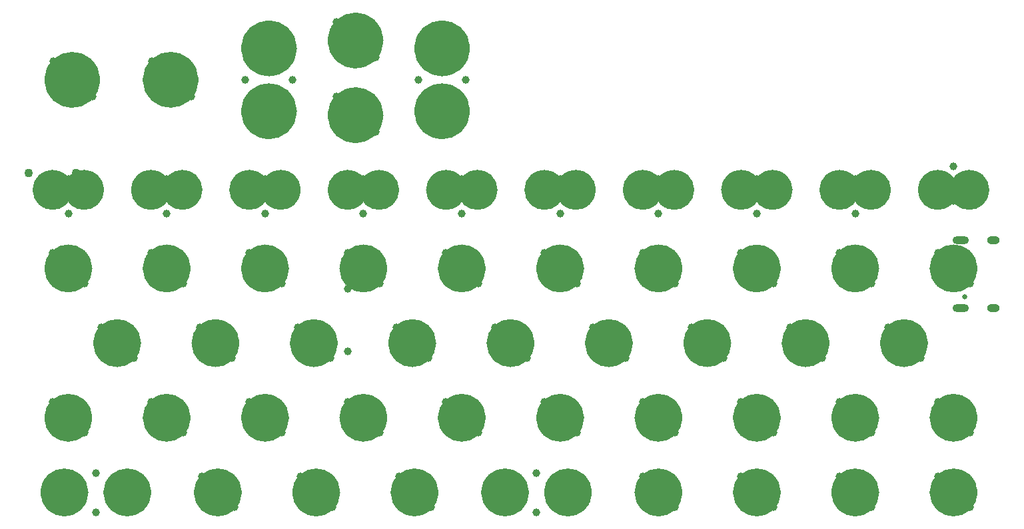
<source format=gbr>
%TF.GenerationSoftware,KiCad,Pcbnew,8.0.5-unknown-202409261835~48b9027842~ubuntu24.04.1*%
%TF.CreationDate,2024-09-28T03:00:05+08:00*%
%TF.ProjectId,EL6170_Pro_Max_Plus,454c3631-3730-45f5-9072-6f5f4d61785f,rev?*%
%TF.SameCoordinates,Original*%
%TF.FileFunction,Soldermask,Bot*%
%TF.FilePolarity,Negative*%
%FSLAX46Y46*%
G04 Gerber Fmt 4.6, Leading zero omitted, Abs format (unit mm)*
G04 Created by KiCad (PCBNEW 8.0.5-unknown-202409261835~48b9027842~ubuntu24.04.1) date 2024-09-28 03:00:05*
%MOMM*%
%LPD*%
G01*
G04 APERTURE LIST*
%ADD10C,3.050000*%
%ADD11C,3.550000*%
%ADD12C,2.550000*%
%ADD13C,1.100000*%
%ADD14C,1.000000*%
%ADD15C,0.650000*%
%ADD16O,1.600000X1.000000*%
%ADD17O,2.100000X1.000000*%
G04 APERTURE END LIST*
%TO.C,SW35*%
D10*
X107725000Y-109500000D02*
G75*
G02*
X104675000Y-109500000I-1525000J0D01*
G01*
X104675000Y-109500000D02*
G75*
G02*
X107725000Y-109500000I1525000J0D01*
G01*
%TO.C,SW18*%
X201525000Y-100000000D02*
G75*
G02*
X198475000Y-100000000I-1525000J0D01*
G01*
X198475000Y-100000000D02*
G75*
G02*
X201525000Y-100000000I1525000J0D01*
G01*
%TO.C,SW52*%
X133025000Y-128500000D02*
G75*
G02*
X129975000Y-128500000I-1525000J0D01*
G01*
X129975000Y-128500000D02*
G75*
G02*
X133025000Y-128500000I1525000J0D01*
G01*
%TO.C,SW51*%
X145525000Y-128500000D02*
G75*
G02*
X142475000Y-128500000I-1525000J0D01*
G01*
X142475000Y-128500000D02*
G75*
G02*
X145525000Y-128500000I1525000J0D01*
G01*
%TO.C,SW50*%
X165025000Y-128500000D02*
G75*
G02*
X161975000Y-128500000I-1525000J0D01*
G01*
X161975000Y-128500000D02*
G75*
G02*
X165025000Y-128500000I1525000J0D01*
G01*
X157025000Y-128500000D02*
G75*
G02*
X153975000Y-128500000I-1525000J0D01*
G01*
X153975000Y-128500000D02*
G75*
G02*
X157025000Y-128500000I1525000J0D01*
G01*
%TO.C,SW5*%
D11*
X114775000Y-76000000D02*
G75*
G02*
X111225000Y-76000000I-1775000J0D01*
G01*
X111225000Y-76000000D02*
G75*
G02*
X114775000Y-76000000I1775000J0D01*
G01*
%TO.C,SW42*%
D10*
X126525000Y-119000000D02*
G75*
G02*
X123475000Y-119000000I-1525000J0D01*
G01*
X123475000Y-119000000D02*
G75*
G02*
X126525000Y-119000000I1525000J0D01*
G01*
%TO.C,SW4*%
D11*
X127275000Y-72000000D02*
G75*
G02*
X123725000Y-72000000I-1775000J0D01*
G01*
X123725000Y-72000000D02*
G75*
G02*
X127275000Y-72000000I1775000J0D01*
G01*
X127275000Y-80000000D02*
G75*
G02*
X123725000Y-80000000I-1775000J0D01*
G01*
X123725000Y-80000000D02*
G75*
G02*
X127275000Y-80000000I1775000J0D01*
G01*
%TO.C,SW53*%
D10*
X120525000Y-128500000D02*
G75*
G02*
X117475000Y-128500000I-1525000J0D01*
G01*
X117475000Y-128500000D02*
G75*
G02*
X120525000Y-128500000I1525000J0D01*
G01*
%TO.C,SW11*%
D12*
X165775000Y-90000000D02*
G75*
G02*
X163225000Y-90000000I-1275000J0D01*
G01*
X163225000Y-90000000D02*
G75*
G02*
X165775000Y-90000000I1275000J0D01*
G01*
X161775000Y-90000000D02*
G75*
G02*
X159225000Y-90000000I-1275000J0D01*
G01*
X159225000Y-90000000D02*
G75*
G02*
X161775000Y-90000000I1275000J0D01*
G01*
%TO.C,SW32*%
D10*
X145225000Y-109500000D02*
G75*
G02*
X142175000Y-109500000I-1525000J0D01*
G01*
X142175000Y-109500000D02*
G75*
G02*
X145225000Y-109500000I1525000J0D01*
G01*
%TO.C,SW29*%
X182725000Y-109500000D02*
G75*
G02*
X179675000Y-109500000I-1525000J0D01*
G01*
X179675000Y-109500000D02*
G75*
G02*
X182725000Y-109500000I1525000J0D01*
G01*
%TO.C,SW46*%
X214025000Y-128500000D02*
G75*
G02*
X210975000Y-128500000I-1525000J0D01*
G01*
X210975000Y-128500000D02*
G75*
G02*
X214025000Y-128500000I1525000J0D01*
G01*
%TO.C,SW12*%
D12*
X153275000Y-90000000D02*
G75*
G02*
X150725000Y-90000000I-1275000J0D01*
G01*
X150725000Y-90000000D02*
G75*
G02*
X153275000Y-90000000I1275000J0D01*
G01*
X149275000Y-90000000D02*
G75*
G02*
X146725000Y-90000000I-1275000J0D01*
G01*
X146725000Y-90000000D02*
G75*
G02*
X149275000Y-90000000I1275000J0D01*
G01*
%TO.C,SW8*%
X203275000Y-90000000D02*
G75*
G02*
X200725000Y-90000000I-1275000J0D01*
G01*
X200725000Y-90000000D02*
G75*
G02*
X203275000Y-90000000I1275000J0D01*
G01*
X199275000Y-90000000D02*
G75*
G02*
X196725000Y-90000000I-1275000J0D01*
G01*
X196725000Y-90000000D02*
G75*
G02*
X199275000Y-90000000I1275000J0D01*
G01*
%TO.C,SW26*%
D10*
X101525000Y-100000000D02*
G75*
G02*
X98475000Y-100000000I-1525000J0D01*
G01*
X98475000Y-100000000D02*
G75*
G02*
X101525000Y-100000000I1525000J0D01*
G01*
%TO.C,SW33*%
X132725000Y-109500000D02*
G75*
G02*
X129675000Y-109500000I-1525000J0D01*
G01*
X129675000Y-109500000D02*
G75*
G02*
X132725000Y-109500000I1525000J0D01*
G01*
%TO.C,SW44*%
X101525000Y-119000000D02*
G75*
G02*
X98475000Y-119000000I-1525000J0D01*
G01*
X98475000Y-119000000D02*
G75*
G02*
X101525000Y-119000000I1525000J0D01*
G01*
%TO.C,SW28*%
X195225000Y-109500000D02*
G75*
G02*
X192175000Y-109500000I-1525000J0D01*
G01*
X192175000Y-109500000D02*
G75*
G02*
X195225000Y-109500000I1525000J0D01*
G01*
%TO.C,SW43*%
X114025000Y-119000000D02*
G75*
G02*
X110975000Y-119000000I-1525000J0D01*
G01*
X110975000Y-119000000D02*
G75*
G02*
X114025000Y-119000000I1525000J0D01*
G01*
%TO.C,SW22*%
X151525000Y-100000000D02*
G75*
G02*
X148475000Y-100000000I-1525000J0D01*
G01*
X148475000Y-100000000D02*
G75*
G02*
X151525000Y-100000000I1525000J0D01*
G01*
%TO.C,SW49*%
X176525000Y-128500000D02*
G75*
G02*
X173475000Y-128500000I-1525000J0D01*
G01*
X173475000Y-128500000D02*
G75*
G02*
X176525000Y-128500000I1525000J0D01*
G01*
%TO.C,SW36*%
X201525000Y-119000000D02*
G75*
G02*
X198475000Y-119000000I-1525000J0D01*
G01*
X198475000Y-119000000D02*
G75*
G02*
X201525000Y-119000000I1525000J0D01*
G01*
%TO.C,SW2*%
D11*
X138275000Y-71000000D02*
G75*
G02*
X134725000Y-71000000I-1775000J0D01*
G01*
X134725000Y-71000000D02*
G75*
G02*
X138275000Y-71000000I1775000J0D01*
G01*
%TO.C,SW13*%
D12*
X140775000Y-90000000D02*
G75*
G02*
X138225000Y-90000000I-1275000J0D01*
G01*
X138225000Y-90000000D02*
G75*
G02*
X140775000Y-90000000I1275000J0D01*
G01*
X136775000Y-90000000D02*
G75*
G02*
X134225000Y-90000000I-1275000J0D01*
G01*
X134225000Y-90000000D02*
G75*
G02*
X136775000Y-90000000I1275000J0D01*
G01*
%TO.C,SW7*%
X211775000Y-90000000D02*
G75*
G02*
X209225000Y-90000000I-1275000J0D01*
G01*
X209225000Y-90000000D02*
G75*
G02*
X211775000Y-90000000I1275000J0D01*
G01*
X215775000Y-90000000D02*
G75*
G02*
X213225000Y-90000000I-1275000J0D01*
G01*
X213225000Y-90000000D02*
G75*
G02*
X215775000Y-90000000I1275000J0D01*
G01*
%TO.C,SW54*%
D10*
X109025000Y-128500000D02*
G75*
G02*
X105975000Y-128500000I-1525000J0D01*
G01*
X105975000Y-128500000D02*
G75*
G02*
X109025000Y-128500000I1525000J0D01*
G01*
X101025000Y-128500000D02*
G75*
G02*
X97975000Y-128500000I-1525000J0D01*
G01*
X97975000Y-128500000D02*
G75*
G02*
X101025000Y-128500000I1525000J0D01*
G01*
%TO.C,SW37*%
X189025000Y-119000000D02*
G75*
G02*
X185975000Y-119000000I-1525000J0D01*
G01*
X185975000Y-119000000D02*
G75*
G02*
X189025000Y-119000000I1525000J0D01*
G01*
%TO.C,SW1*%
D11*
X149275000Y-72000000D02*
G75*
G02*
X145725000Y-72000000I-1775000J0D01*
G01*
X145725000Y-72000000D02*
G75*
G02*
X149275000Y-72000000I1775000J0D01*
G01*
X149275000Y-80000000D02*
G75*
G02*
X145725000Y-80000000I-1775000J0D01*
G01*
X145725000Y-80000000D02*
G75*
G02*
X149275000Y-80000000I1775000J0D01*
G01*
%TO.C,SW16*%
D12*
X103275000Y-90000000D02*
G75*
G02*
X100725000Y-90000000I-1275000J0D01*
G01*
X100725000Y-90000000D02*
G75*
G02*
X103275000Y-90000000I1275000J0D01*
G01*
X99275000Y-90000000D02*
G75*
G02*
X96725000Y-90000000I-1275000J0D01*
G01*
X96725000Y-90000000D02*
G75*
G02*
X99275000Y-90000000I1275000J0D01*
G01*
%TO.C,SW39*%
D10*
X164025000Y-119000000D02*
G75*
G02*
X160975000Y-119000000I-1525000J0D01*
G01*
X160975000Y-119000000D02*
G75*
G02*
X164025000Y-119000000I1525000J0D01*
G01*
%TO.C,SW6*%
D11*
X102275000Y-76000000D02*
G75*
G02*
X98725000Y-76000000I-1775000J0D01*
G01*
X98725000Y-76000000D02*
G75*
G02*
X102275000Y-76000000I1775000J0D01*
G01*
%TO.C,SW24*%
D10*
X126525000Y-100000000D02*
G75*
G02*
X123475000Y-100000000I-1525000J0D01*
G01*
X123475000Y-100000000D02*
G75*
G02*
X126525000Y-100000000I1525000J0D01*
G01*
%TO.C,SW31*%
X157725000Y-109500000D02*
G75*
G02*
X154675000Y-109500000I-1525000J0D01*
G01*
X154675000Y-109500000D02*
G75*
G02*
X157725000Y-109500000I1525000J0D01*
G01*
%TO.C,SW20*%
X176525000Y-100000000D02*
G75*
G02*
X173475000Y-100000000I-1525000J0D01*
G01*
X173475000Y-100000000D02*
G75*
G02*
X176525000Y-100000000I1525000J0D01*
G01*
%TO.C,SW17*%
X214025000Y-100000000D02*
G75*
G02*
X210975000Y-100000000I-1525000J0D01*
G01*
X210975000Y-100000000D02*
G75*
G02*
X214025000Y-100000000I1525000J0D01*
G01*
%TO.C,SW23*%
X139025000Y-100000000D02*
G75*
G02*
X135975000Y-100000000I-1525000J0D01*
G01*
X135975000Y-100000000D02*
G75*
G02*
X139025000Y-100000000I1525000J0D01*
G01*
%TO.C,SW41*%
X139025000Y-119000000D02*
G75*
G02*
X135975000Y-119000000I-1525000J0D01*
G01*
X135975000Y-119000000D02*
G75*
G02*
X139025000Y-119000000I1525000J0D01*
G01*
%TO.C,SW38*%
X176525000Y-119000000D02*
G75*
G02*
X173475000Y-119000000I-1525000J0D01*
G01*
X173475000Y-119000000D02*
G75*
G02*
X176525000Y-119000000I1525000J0D01*
G01*
%TO.C,SW45*%
X214025000Y-119000000D02*
G75*
G02*
X210975000Y-119000000I-1525000J0D01*
G01*
X210975000Y-119000000D02*
G75*
G02*
X214025000Y-119000000I1525000J0D01*
G01*
%TO.C,SW19*%
X189025000Y-100000000D02*
G75*
G02*
X185975000Y-100000000I-1525000J0D01*
G01*
X185975000Y-100000000D02*
G75*
G02*
X189025000Y-100000000I1525000J0D01*
G01*
%TO.C,SW14*%
D12*
X128275000Y-90000000D02*
G75*
G02*
X125725000Y-90000000I-1275000J0D01*
G01*
X125725000Y-90000000D02*
G75*
G02*
X128275000Y-90000000I1275000J0D01*
G01*
X124275000Y-90000000D02*
G75*
G02*
X121725000Y-90000000I-1275000J0D01*
G01*
X121725000Y-90000000D02*
G75*
G02*
X124275000Y-90000000I1275000J0D01*
G01*
%TO.C,SW21*%
D10*
X164025000Y-100000000D02*
G75*
G02*
X160975000Y-100000000I-1525000J0D01*
G01*
X160975000Y-100000000D02*
G75*
G02*
X164025000Y-100000000I1525000J0D01*
G01*
%TO.C,SW47*%
X201525000Y-128500000D02*
G75*
G02*
X198475000Y-128500000I-1525000J0D01*
G01*
X198475000Y-128500000D02*
G75*
G02*
X201525000Y-128500000I1525000J0D01*
G01*
%TO.C,SW30*%
X170225000Y-109500000D02*
G75*
G02*
X167175000Y-109500000I-1525000J0D01*
G01*
X167175000Y-109500000D02*
G75*
G02*
X170225000Y-109500000I1525000J0D01*
G01*
%TO.C,SW9*%
D12*
X190775000Y-90000000D02*
G75*
G02*
X188225000Y-90000000I-1275000J0D01*
G01*
X188225000Y-90000000D02*
G75*
G02*
X190775000Y-90000000I1275000J0D01*
G01*
X186775000Y-90000000D02*
G75*
G02*
X184225000Y-90000000I-1275000J0D01*
G01*
X184225000Y-90000000D02*
G75*
G02*
X186775000Y-90000000I1275000J0D01*
G01*
%TO.C,SW10*%
X178275000Y-90000000D02*
G75*
G02*
X175725000Y-90000000I-1275000J0D01*
G01*
X175725000Y-90000000D02*
G75*
G02*
X178275000Y-90000000I1275000J0D01*
G01*
X174275000Y-90000000D02*
G75*
G02*
X171725000Y-90000000I-1275000J0D01*
G01*
X171725000Y-90000000D02*
G75*
G02*
X174275000Y-90000000I1275000J0D01*
G01*
%TO.C,SW25*%
D10*
X114025000Y-100000000D02*
G75*
G02*
X110975000Y-100000000I-1525000J0D01*
G01*
X110975000Y-100000000D02*
G75*
G02*
X114025000Y-100000000I1525000J0D01*
G01*
%TO.C,SW3*%
D11*
X138275000Y-80500000D02*
G75*
G02*
X134725000Y-80500000I-1775000J0D01*
G01*
X134725000Y-80500000D02*
G75*
G02*
X138275000Y-80500000I1775000J0D01*
G01*
%TO.C,SW34*%
D10*
X120225000Y-109500000D02*
G75*
G02*
X117175000Y-109500000I-1525000J0D01*
G01*
X117175000Y-109500000D02*
G75*
G02*
X120225000Y-109500000I1525000J0D01*
G01*
%TO.C,SW40*%
X151525000Y-119000000D02*
G75*
G02*
X148475000Y-119000000I-1525000J0D01*
G01*
X148475000Y-119000000D02*
G75*
G02*
X151525000Y-119000000I1525000J0D01*
G01*
%TO.C,SW15*%
D12*
X115775000Y-90000000D02*
G75*
G02*
X113225000Y-90000000I-1275000J0D01*
G01*
X113225000Y-90000000D02*
G75*
G02*
X115775000Y-90000000I1275000J0D01*
G01*
X111775000Y-90000000D02*
G75*
G02*
X109225000Y-90000000I-1275000J0D01*
G01*
X109225000Y-90000000D02*
G75*
G02*
X111775000Y-90000000I1275000J0D01*
G01*
%TO.C,SW48*%
D10*
X189025000Y-128500000D02*
G75*
G02*
X185975000Y-128500000I-1525000J0D01*
G01*
X185975000Y-128500000D02*
G75*
G02*
X189025000Y-128500000I1525000J0D01*
G01*
%TO.C,SW27*%
X207725000Y-109500000D02*
G75*
G02*
X204675000Y-109500000I-1525000J0D01*
G01*
X204675000Y-109500000D02*
G75*
G02*
X207725000Y-109500000I1525000J0D01*
G01*
%TD*%
D13*
%TO.C,CN1*%
X94970000Y-87850000D03*
X100970000Y-87850000D03*
%TD*%
D14*
%TO.C,J2*%
X135500000Y-102550000D03*
X135500000Y-110550000D03*
%TD*%
D15*
%TO.C,J1*%
X213938750Y-103590000D03*
X213938750Y-97810000D03*
D16*
X217588750Y-105018000D03*
D17*
X213408750Y-105018000D03*
X213408750Y-96382000D03*
D16*
X217588750Y-96382000D03*
%TD*%
D14*
%TO.C,SW35*%
X108300000Y-111400000D03*
X104200000Y-107500000D03*
%TD*%
%TO.C,SW18*%
X202100000Y-101900000D03*
X198000000Y-98000000D03*
%TD*%
%TO.C,SW52*%
X133600000Y-130400000D03*
X129500000Y-126500000D03*
%TD*%
%TO.C,SW51*%
X146100000Y-130400000D03*
X142000000Y-126500000D03*
%TD*%
%TO.C,SW50*%
X159500000Y-131000000D03*
X159500000Y-126000000D03*
%TD*%
%TO.C,SW5*%
X115600000Y-78100000D03*
X110600000Y-73600000D03*
%TD*%
%TO.C,SW42*%
X127100000Y-120900000D03*
X123000000Y-117000000D03*
%TD*%
%TO.C,SW4*%
X128500000Y-76000000D03*
X122500000Y-76000000D03*
%TD*%
%TO.C,SW53*%
X121100000Y-130400000D03*
X117000000Y-126500000D03*
%TD*%
%TO.C,SW11*%
X162500000Y-93000000D03*
X162500000Y-88600000D03*
%TD*%
%TO.C,SW32*%
X145800000Y-111400000D03*
X141700000Y-107500000D03*
%TD*%
%TO.C,SW29*%
X183300000Y-111400000D03*
X179200000Y-107500000D03*
%TD*%
%TO.C,SW46*%
X214600000Y-130400000D03*
X210500000Y-126500000D03*
%TD*%
%TO.C,SW12*%
X150000000Y-93000000D03*
X150000000Y-88600000D03*
%TD*%
%TO.C,SW8*%
X200000000Y-93000000D03*
X200000000Y-88600000D03*
%TD*%
%TO.C,SW26*%
X102100000Y-101900000D03*
X98000000Y-98000000D03*
%TD*%
%TO.C,SW33*%
X133300000Y-111400000D03*
X129200000Y-107500000D03*
%TD*%
%TO.C,SW44*%
X102100000Y-120900000D03*
X98000000Y-117000000D03*
%TD*%
%TO.C,SW28*%
X195800000Y-111400000D03*
X191700000Y-107500000D03*
%TD*%
%TO.C,SW43*%
X114600000Y-120900000D03*
X110500000Y-117000000D03*
%TD*%
%TO.C,SW22*%
X152100000Y-101900000D03*
X148000000Y-98000000D03*
%TD*%
%TO.C,SW49*%
X177100000Y-130400000D03*
X173000000Y-126500000D03*
%TD*%
%TO.C,SW36*%
X202100000Y-120900000D03*
X198000000Y-117000000D03*
%TD*%
%TO.C,SW2*%
X139100000Y-73100000D03*
X134100000Y-68600000D03*
%TD*%
%TO.C,SW13*%
X137500000Y-93000000D03*
X137500000Y-88600000D03*
%TD*%
%TO.C,SW7*%
X212500000Y-87000000D03*
X212500000Y-91400000D03*
%TD*%
%TO.C,SW54*%
X103500000Y-131000000D03*
X103500000Y-126000000D03*
%TD*%
%TO.C,SW37*%
X189600000Y-120900000D03*
X185500000Y-117000000D03*
%TD*%
%TO.C,SW1*%
X150500000Y-76000000D03*
X144500000Y-76000000D03*
%TD*%
%TO.C,SW16*%
X100000000Y-93000000D03*
X100000000Y-88600000D03*
%TD*%
%TO.C,SW39*%
X164600000Y-120900000D03*
X160500000Y-117000000D03*
%TD*%
%TO.C,SW6*%
X103100000Y-78100000D03*
X98100000Y-73600000D03*
%TD*%
%TO.C,SW24*%
X127100000Y-101900000D03*
X123000000Y-98000000D03*
%TD*%
%TO.C,SW31*%
X158300000Y-111400000D03*
X154200000Y-107500000D03*
%TD*%
%TO.C,SW20*%
X177100000Y-101900000D03*
X173000000Y-98000000D03*
%TD*%
%TO.C,SW17*%
X214600000Y-101900000D03*
X210500000Y-98000000D03*
%TD*%
%TO.C,SW23*%
X139600000Y-101900000D03*
X135500000Y-98000000D03*
%TD*%
%TO.C,SW41*%
X139600000Y-120900000D03*
X135500000Y-117000000D03*
%TD*%
%TO.C,SW38*%
X177100000Y-120900000D03*
X173000000Y-117000000D03*
%TD*%
%TO.C,SW45*%
X214600000Y-120900000D03*
X210500000Y-117000000D03*
%TD*%
%TO.C,SW19*%
X189600000Y-101900000D03*
X185500000Y-98000000D03*
%TD*%
%TO.C,SW14*%
X125000000Y-93000000D03*
X125000000Y-88600000D03*
%TD*%
%TO.C,SW21*%
X164600000Y-101900000D03*
X160500000Y-98000000D03*
%TD*%
%TO.C,SW47*%
X202100000Y-130400000D03*
X198000000Y-126500000D03*
%TD*%
%TO.C,SW30*%
X170800000Y-111400000D03*
X166700000Y-107500000D03*
%TD*%
%TO.C,SW9*%
X187500000Y-93000000D03*
X187500000Y-88600000D03*
%TD*%
%TO.C,SW10*%
X175000000Y-93000000D03*
X175000000Y-88600000D03*
%TD*%
%TO.C,SW25*%
X114600000Y-101900000D03*
X110500000Y-98000000D03*
%TD*%
%TO.C,SW3*%
X139100000Y-82600000D03*
X134100000Y-78100000D03*
%TD*%
%TO.C,SW34*%
X120800000Y-111400000D03*
X116700000Y-107500000D03*
%TD*%
%TO.C,SW40*%
X152100000Y-120900000D03*
X148000000Y-117000000D03*
%TD*%
%TO.C,SW15*%
X112500000Y-93000000D03*
X112500000Y-88600000D03*
%TD*%
%TO.C,SW48*%
X189600000Y-130400000D03*
X185500000Y-126500000D03*
%TD*%
%TO.C,SW27*%
X208300000Y-111400000D03*
X204200000Y-107500000D03*
%TD*%
M02*

</source>
